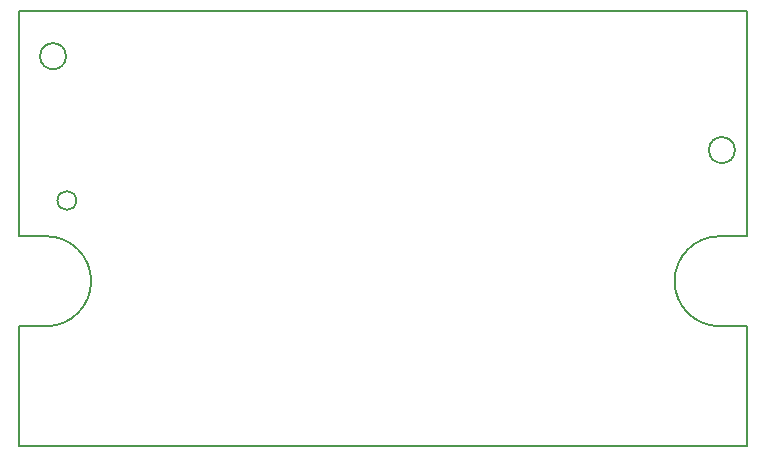
<source format=gbr>
%TF.GenerationSoftware,KiCad,Pcbnew,(5.99.0-1468-g7e1294a4b)*%
%TF.CreationDate,2020-09-06T10:14:52+02:00*%
%TF.ProjectId,WonderSwan_32MB,576f6e64-6572-4537-9761-6e5f33324d42,rev?*%
%TF.SameCoordinates,PX87734b0PY5d70e60*%
%TF.FileFunction,Profile,NP*%
%FSLAX46Y46*%
G04 Gerber Fmt 4.6, Leading zero omitted, Abs format (unit mm)*
G04 Created by KiCad (PCBNEW (5.99.0-1468-g7e1294a4b)) date 2020-09-06 10:14:52*
%MOMM*%
%LPD*%
G01*
G04 APERTURE LIST*
%TA.AperFunction,Profile*%
%ADD10C,0.150000*%
%TD*%
G04 APERTURE END LIST*
D10*
X28915000Y15310000D02*
X-32680000Y15310000D01*
X-27840000Y-720000D02*
G75*
G03*
X-27840000Y-720000I-800000J0D01*
G01*
X-28710000Y11500000D02*
G75*
G03*
X-28710000Y11500000I-1100000J0D01*
G01*
X27920000Y3550000D02*
G75*
G03*
X27920000Y3550000I-1100000J0D01*
G01*
X28915000Y-21520000D02*
X28915000Y-11360000D01*
X-32680000Y-21520000D02*
X-32680000Y-11360000D01*
X26629000Y-11360000D02*
G75*
G02*
X22819000Y-7550000I0J3810000D01*
G01*
X26629000Y-11360000D02*
X28915000Y-11360000D01*
X-30394000Y-11360000D02*
G75*
G03*
X-26584000Y-7550000I0J3810000D01*
G01*
X-30394000Y-11360000D02*
X-32680000Y-11360000D01*
X-30394000Y-3740000D02*
X-32680000Y-3740000D01*
X26629000Y-3740000D02*
X28915000Y-3740000D01*
X26629000Y-3740000D02*
G75*
G03*
X22819000Y-7550000I0J-3810000D01*
G01*
X-32680000Y-3740000D02*
X-32680000Y15310000D01*
X-32680000Y-21520000D02*
X28915000Y-21520000D01*
X28915000Y15310000D02*
X28915000Y-3740000D01*
X-30394000Y-3740000D02*
G75*
G02*
X-26584000Y-7550000I0J-3810000D01*
G01*
M02*

</source>
